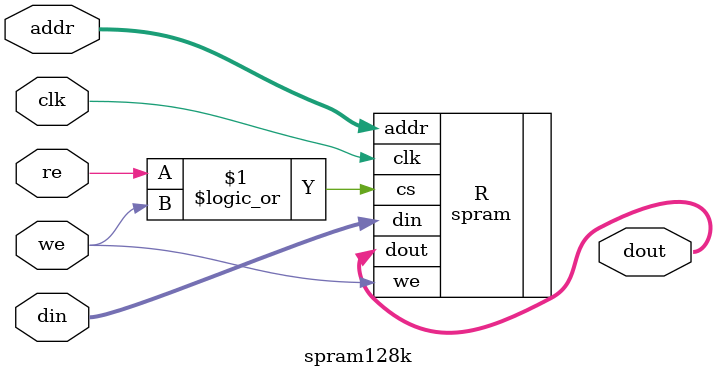
<source format=v>
`timescale 1 ns / 1 ns // timescale for following modules

module spram128k (
   clk,
   re,
   we,
   din,
   addr,
   dout);

parameter ADDR_WIDTH = 17;
parameter DATA_WIDTH = 128;

input   clk;
input   re;
input   we;
input   [DATA_WIDTH-1:0] din;
input   [ADDR_WIDTH-1:0] addr;
output  [DATA_WIDTH-1:0] dout;

`define SIM_RAM
`ifdef SIM_RAM
spram #(.ADDR_WIDTH(ADDR_WIDTH)) R (
  .clk(clk),
  .cs(re || we),
  .we(we),
  .din(din),
  .addr(addr),
  .dout(dout)
  );
`endif

endmodule

</source>
